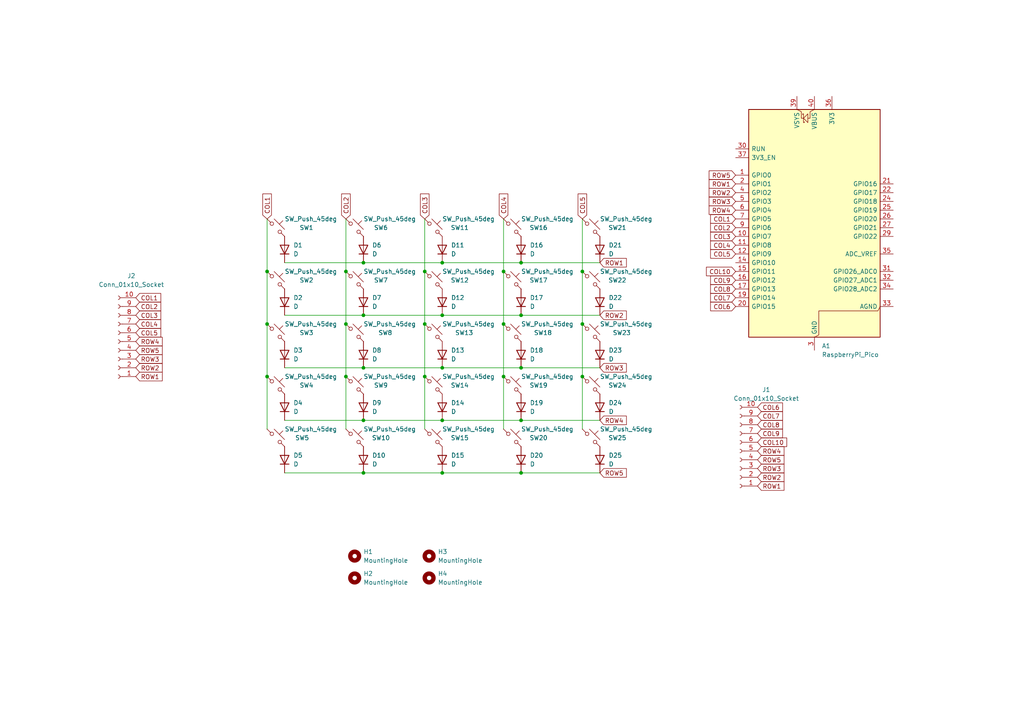
<source format=kicad_sch>
(kicad_sch (version 20250114) (generator "eeschema") (generator_version "9.0")
  (paper "A4")
  (lib_symbols
    (symbol "Connector:Conn_01x10_Socket" (pin_names (offset 1.016) (hide yes))
      (property "Reference" "J" (at 0 12.7 0))
      (property "Value" "Conn_01x10_Socket" (at 0 -15.24 0))
      (symbol "Conn_01x10_Socket_1_1"
        (polyline (pts (xy -1.27 10.16) (xy -0.508 10.16)) (stroke (width 0.1524)))
        (polyline (pts (xy -1.27 7.62) (xy -0.508 7.62)) (stroke (width 0.1524)))
        (polyline (pts (xy -1.27 5.08) (xy -0.508 5.08)) (stroke (width 0.1524)))
        (polyline (pts (xy -1.27 2.54) (xy -0.508 2.54)) (stroke (width 0.1524)))
        (polyline (pts (xy -1.27 0) (xy -0.508 0)) (stroke (width 0.1524)))
        (polyline (pts (xy -1.27 -2.54) (xy -0.508 -2.54)) (stroke (width 0.1524)))
        (polyline (pts (xy -1.27 -5.08) (xy -0.508 -5.08)) (stroke (width 0.1524)))
        (polyline (pts (xy -1.27 -7.62) (xy -0.508 -7.62)) (stroke (width 0.1524)))
        (polyline (pts (xy -1.27 -10.16) (xy -0.508 -10.16)) (stroke (width 0.1524)))
        (polyline (pts (xy -1.27 -12.7) (xy -0.508 -12.7)) (stroke (width 0.1524)))
        (arc (start 0 9.652) (mid -0.5058 10.16) (end 0 10.668) (stroke (width 0.1524)))
        (arc (start 0 7.112) (mid -0.5058 7.62) (end 0 8.128) (stroke (width 0.1524)))
        (arc (start 0 4.572) (mid -0.5058 5.08) (end 0 5.588) (stroke (width 0.1524)))
        (arc (start 0 2.032) (mid -0.5058 2.54) (end 0 3.048) (stroke (width 0.1524)))
        (arc (start 0 -0.508) (mid -0.5058 0) (end 0 0.508) (stroke (width 0.1524)))
        (arc (start 0 -3.048) (mid -0.5058 -2.54) (end 0 -2.032) (stroke (width 0.1524)))
        (arc (start 0 -5.588) (mid -0.5058 -5.08) (end 0 -4.572) (stroke (width 0.1524)))
        (arc (start 0 -8.128) (mid -0.5058 -7.62) (end 0 -7.112) (stroke (width 0.1524)))
        (arc (start 0 -10.668) (mid -0.5058 -10.16) (end 0 -9.652) (stroke (width 0.1524)))
        (arc (start 0 -13.208) (mid -0.5058 -12.7) (end 0 -12.192) (stroke (width 0.1524)))
        (pin passive line (at -5.08 10.16 0) (length 3.81) (name "Pin_1") (number "1"))
        (pin passive line (at -5.08 7.62 0) (length 3.81) (name "Pin_2") (number "2"))
        (pin passive line (at -5.08 5.08 0) (length 3.81) (name "Pin_3") (number "3"))
        (pin passive line (at -5.08 2.54 0) (length 3.81) (name "Pin_4") (number "4"))
        (pin passive line (at -5.08 0 0) (length 3.81) (name "Pin_5") (number "5"))
        (pin passive line (at -5.08 -2.54 0) (length 3.81) (name "Pin_6") (number "6"))
        (pin passive line (at -5.08 -5.08 0) (length 3.81) (name "Pin_7") (number "7"))
        (pin passive line (at -5.08 -7.62 0) (length 3.81) (name "Pin_8") (number "8"))
        (pin passive line (at -5.08 -10.16 0) (length 3.81) (name "Pin_9") (number "9"))
        (pin passive line (at -5.08 -12.7 0) (length 3.81) (name "Pin_10") (number "10"))
      )
    )
    (symbol "Device:D" (pin_numbers (hide yes)) (pin_names (offset 1.016) (hide yes))
      (property "Reference" "D" (at 0 2.54 0))
      (property "Value" "D" (at 0 -2.54 0))
      (symbol "D_0_1"
        (polyline (pts (xy -1.27 1.27) (xy -1.27 -1.27)) (stroke (width 0.254)))
        (polyline (pts (xy 1.27 1.27) (xy 1.27 -1.27) (xy -1.27 0) (xy 1.27 1.27)) (stroke (width 0.254)))
        (polyline (pts (xy 1.27 0) (xy -1.27 0)))
      )
      (symbol "D_1_1"
        (pin passive line (at -3.81 0 0) (length 2.54) (name "K") (number "1"))
        (pin passive line (at 3.81 0 180) (length 2.54) (name "A") (number "2"))
      )
    )
    (symbol "MCU_Module:RaspberryPi_Pico" (pin_names (offset 0.762))
      (property "Reference" "A" (at -19.05 35.56 0))
      (property "Value" "RaspberryPi_Pico" (at 7.62 35.56 0))
      (symbol "RaspberryPi_Pico_0_1"
        (rectangle (start -19.05 34.29) (end 19.05 -31.75) (stroke (width 0.254)) (fill (type background)))
        (polyline (pts (xy -5.08 34.29) (xy -3.81 33.655) (xy -3.81 31.75) (xy -3.175 31.75)))
        (polyline (pts (xy -3.429 32.766) (xy -3.429 33.02) (xy -3.175 33.02) (xy -3.175 30.48) (xy -2.921 30.48) (xy -2.921 30.734)))
        (polyline (pts (xy -3.175 31.75) (xy -1.905 33.02) (xy -1.905 30.48) (xy -3.175 31.75)))
        (polyline (pts (xy 0 34.29) (xy -1.27 33.655) (xy -1.27 31.75) (xy -1.905 31.75)))
        (polyline (pts (xy 0 -31.75) (xy 1.27 -31.115) (xy 1.27 -24.13) (xy 18.415 -24.13) (xy 19.05 -22.86)))
      )
      (symbol "RaspberryPi_Pico_1_1"
        (pin passive line (at -22.86 22.86 0) (length 3.81) (name "RUN") (number "30"))
        (pin passive line (at -22.86 20.32 0) (length 3.81) (name "3V3_EN") (number "37"))
        (pin bidirectional line (at -22.86 15.24 0) (length 3.81) (name "GPIO0") (number "1"))
        (pin bidirectional line (at -22.86 12.7 0) (length 3.81) (name "GPIO1") (number "2"))
        (pin bidirectional line (at -22.86 10.16 0) (length 3.81) (name "GPIO2") (number "4"))
        (pin bidirectional line (at -22.86 7.62 0) (length 3.81) (name "GPIO3") (number "5"))
        (pin bidirectional line (at -22.86 5.08 0) (length 3.81) (name "GPIO4") (number "6"))
        (pin bidirectional line (at -22.86 2.54 0) (length 3.81) (name "GPIO5") (number "7"))
        (pin bidirectional line (at -22.86 0 0) (length 3.81) (name "GPIO6") (number "9"))
        (pin bidirectional line (at -22.86 -2.54 0) (length 3.81) (name "GPIO7") (number "10"))
        (pin bidirectional line (at -22.86 -5.08 0) (length 3.81) (name "GPIO8") (number "11"))
        (pin bidirectional line (at -22.86 -7.62 0) (length 3.81) (name "GPIO9") (number "12"))
        (pin bidirectional line (at -22.86 -10.16 0) (length 3.81) (name "GPIO10") (number "14"))
        (pin bidirectional line (at -22.86 -12.7 0) (length 3.81) (name "GPIO11") (number "15"))
        (pin bidirectional line (at -22.86 -15.24 0) (length 3.81) (name "GPIO12") (number "16"))
        (pin bidirectional line (at -22.86 -17.78 0) (length 3.81) (name "GPIO13") (number "17"))
        (pin bidirectional line (at -22.86 -20.32 0) (length 3.81) (name "GPIO14") (number "19"))
        (pin bidirectional line (at -22.86 -22.86 0) (length 3.81) (name "GPIO15") (number "20"))
        (pin power_in line (at -5.08 38.1 270) (length 3.81) (name "VSYS") (number "39"))
        (pin power_out line (at 0 38.1 270) (length 3.81) (name "VBUS") (number "40"))
        (pin passive line (at 0 -35.56 90) (length 3.81) (hide yes) (name "GND") (number "13"))
        (pin passive line (at 0 -35.56 90) (length 3.81) (hide yes) (name "GND") (number "18"))
        (pin passive line (at 0 -35.56 90) (length 3.81) (hide yes) (name "GND") (number "23"))
        (pin passive line (at 0 -35.56 90) (length 3.81) (hide yes) (name "GND") (number "28"))
        (pin power_out line (at 0 -35.56 90) (length 3.81) (name "GND") (number "3"))
        (pin passive line (at 0 -35.56 90) (length 3.81) (hide yes) (name "GND") (number "38"))
        (pin passive line (at 0 -35.56 90) (length 3.81) (hide yes) (name "GND") (number "8"))
        (pin power_out line (at 5.08 38.1 270) (length 3.81) (name "3V3") (number "36"))
        (pin bidirectional line (at 22.86 12.7 180) (length 3.81) (name "GPIO16") (number "21"))
        (pin bidirectional line (at 22.86 10.16 180) (length 3.81) (name "GPIO17") (number "22"))
        (pin bidirectional line (at 22.86 7.62 180) (length 3.81) (name "GPIO18") (number "24"))
        (pin bidirectional line (at 22.86 5.08 180) (length 3.81) (name "GPIO19") (number "25"))
        (pin bidirectional line (at 22.86 2.54 180) (length 3.81) (name "GPIO20") (number "26"))
        (pin bidirectional line (at 22.86 0 180) (length 3.81) (name "GPIO21") (number "27"))
        (pin bidirectional line (at 22.86 -2.54 180) (length 3.81) (name "GPIO22") (number "29"))
        (pin power_in line (at 22.86 -7.62 180) (length 3.81) (name "ADC_VREF") (number "35"))
        (pin bidirectional line (at 22.86 -12.7 180) (length 3.81) (name "GPIO26_ADC0") (number "31"))
        (pin bidirectional line (at 22.86 -15.24 180) (length 3.81) (name "GPIO27_ADC1") (number "32"))
        (pin bidirectional line (at 22.86 -17.78 180) (length 3.81) (name "GPIO28_ADC2") (number "34"))
        (pin power_out line (at 22.86 -22.86 180) (length 3.81) (name "AGND") (number "33"))
      )
    )
    (symbol "Mechanical:MountingHole" (pin_names (offset 1.016)) (in_bom no)
      (property "Reference" "H" (at 0 5.08 0))
      (property "Value" "MountingHole" (at 0 3.175 0))
      (symbol "MountingHole_0_1"
        (circle (center 0 0) (radius 1.27) (stroke (width 1.27)))
      )
    )
    (symbol "Switch:SW_Push_45deg" (pin_numbers (hide yes)) (pin_names (offset 1.016) (hide yes))
      (property "Reference" "SW" (at 3.048 1.016 0))
      (property "Value" "SW_Push_45deg" (at 0 -3.81 0))
      (symbol "SW_Push_45deg_0_1"
        (polyline (pts (xy -2.54 2.54) (xy -1.524 1.524) (xy -1.524 1.524)))
        (circle (center -1.1684 1.1684) (radius 0.508))
        (polyline (pts (xy -0.508 2.54) (xy 2.54 -0.508)))
        (polyline (pts (xy 1.016 1.016) (xy 2.032 2.032)))
        (circle (center 1.143 -1.1938) (radius 0.508))
        (polyline (pts (xy 1.524 -1.524) (xy 2.54 -2.54) (xy 2.54 -2.54) (xy 2.54 -2.54)))
        (pin passive line (at -2.54 2.54 0) (length 0) (name "1") (number "1"))
        (pin passive line (at 2.54 -2.54 180) (length 0) (name "2") (number "2"))
      )
    )
  )
  (junction (at 151.13 121.92))
  (junction (at 168.91 78.74))
  (junction (at 105.41 106.68))
  (junction (at 168.91 93.98))
  (junction (at 100.33 78.74))
  (junction (at 100.33 93.98))
  (junction (at 100.33 109.22))
  (junction (at 123.19 109.22))
  (junction (at 123.19 78.74))
  (junction (at 105.41 137.16))
  (junction (at 146.05 93.98))
  (junction (at 128.27 76.2))
  (junction (at 128.27 121.92))
  (junction (at 123.19 93.98))
  (junction (at 151.13 137.16))
  (junction (at 128.27 137.16))
  (junction (at 146.05 78.74))
  (junction (at 77.47 109.22))
  (junction (at 151.13 76.2))
  (junction (at 105.41 91.44))
  (junction (at 151.13 91.44))
  (junction (at 77.47 78.74))
  (junction (at 151.13 106.68))
  (junction (at 168.91 109.22))
  (junction (at 146.05 109.22))
  (junction (at 128.27 106.68))
  (junction (at 128.27 91.44))
  (junction (at 77.47 93.98))
  (junction (at 105.41 76.2))
  (junction (at 105.41 121.92))
  (wire (pts (xy 100.33 109.22) (xy 100.33 124.46)))
  (wire (pts (xy 128.27 121.92) (xy 151.13 121.92)))
  (wire (pts (xy 168.91 78.74) (xy 168.91 93.98)))
  (wire (pts (xy 82.55 91.44) (xy 105.41 91.44)))
  (wire (pts (xy 100.33 63.5) (xy 100.33 78.74)))
  (wire (pts (xy 168.91 109.22) (xy 168.91 124.46)))
  (wire (pts (xy 128.27 137.16) (xy 151.13 137.16)))
  (wire (pts (xy 82.55 121.92) (xy 105.41 121.92)))
  (wire (pts (xy 105.41 137.16) (xy 128.27 137.16)))
  (wire (pts (xy 146.05 78.74) (xy 146.05 93.98)))
  (wire (pts (xy 105.41 91.44) (xy 128.27 91.44)))
  (wire (pts (xy 151.13 106.68) (xy 173.99 106.68)))
  (wire (pts (xy 100.33 93.98) (xy 100.33 109.22)))
  (wire (pts (xy 77.47 78.74) (xy 77.47 93.98)))
  (wire (pts (xy 77.47 109.22) (xy 77.47 124.46)))
  (wire (pts (xy 82.55 76.2) (xy 105.41 76.2)))
  (wire (pts (xy 123.19 63.5) (xy 123.19 78.74)))
  (wire (pts (xy 151.13 121.92) (xy 173.99 121.92)))
  (wire (pts (xy 128.27 76.2) (xy 151.13 76.2)))
  (wire (pts (xy 82.55 106.68) (xy 105.41 106.68)))
  (wire (pts (xy 100.33 78.74) (xy 100.33 93.98)))
  (wire (pts (xy 146.05 93.98) (xy 146.05 109.22)))
  (wire (pts (xy 77.47 63.5) (xy 77.47 78.74)))
  (wire (pts (xy 82.55 137.16) (xy 105.41 137.16)))
  (wire (pts (xy 168.91 63.5) (xy 168.91 78.74)))
  (wire (pts (xy 128.27 91.44) (xy 151.13 91.44)))
  (wire (pts (xy 105.41 76.2) (xy 128.27 76.2)))
  (wire (pts (xy 168.91 93.98) (xy 168.91 109.22)))
  (wire (pts (xy 105.41 121.92) (xy 128.27 121.92)))
  (wire (pts (xy 146.05 63.5) (xy 146.05 78.74)))
  (wire (pts (xy 123.19 109.22) (xy 123.19 124.46)))
  (wire (pts (xy 128.27 106.68) (xy 151.13 106.68)))
  (wire (pts (xy 151.13 91.44) (xy 173.99 91.44)))
  (wire (pts (xy 123.19 78.74) (xy 123.19 93.98)))
  (wire (pts (xy 151.13 76.2) (xy 173.99 76.2)))
  (wire (pts (xy 146.05 109.22) (xy 146.05 124.46)))
  (wire (pts (xy 123.19 93.98) (xy 123.19 109.22)))
  (wire (pts (xy 105.41 106.68) (xy 128.27 106.68)))
  (wire (pts (xy 151.13 137.16) (xy 173.99 137.16)))
  (wire (pts (xy 77.47 93.98) (xy 77.47 109.22)))
  (global_label "COL1" (shape input) (at 77.47 63.5 90) (property "Intersheetrefs" "${INTERSHEET_REFS}" (effects (hide yes))))
  (global_label "COL8" (shape input) (at 213.36 83.82 180) (property "Intersheetrefs" "${INTERSHEET_REFS}" (effects (hide yes))))
  (global_label "COL3" (shape input) (at 39.37 91.44 0) (property "Intersheetrefs" "${INTERSHEET_REFS}" (effects (hide yes))))
  (global_label "ROW2" (shape input) (at 219.71 138.43 0) (property "Intersheetrefs" "${INTERSHEET_REFS}" (effects (hide yes))))
  (global_label "ROW3" (shape input) (at 213.36 58.42 180) (property "Intersheetrefs" "${INTERSHEET_REFS}" (effects (hide yes))))
  (global_label "ROW5" (shape input) (at 39.37 101.6 0) (property "Intersheetrefs" "${INTERSHEET_REFS}" (effects (hide yes))))
  (global_label "ROW5" (shape input) (at 173.99 137.16 0) (property "Intersheetrefs" "${INTERSHEET_REFS}" (effects (hide yes))))
  (global_label "ROW2" (shape input) (at 39.37 106.68 0) (property "Intersheetrefs" "${INTERSHEET_REFS}" (effects (hide yes))))
  (global_label "ROW2" (shape input) (at 173.99 91.44 0) (property "Intersheetrefs" "${INTERSHEET_REFS}" (effects (hide yes))))
  (global_label "COL5" (shape input) (at 213.36 73.66 180) (property "Intersheetrefs" "${INTERSHEET_REFS}" (effects (hide yes))))
  (global_label "COL9" (shape input) (at 219.71 125.73 0) (property "Intersheetrefs" "${INTERSHEET_REFS}" (effects (hide yes))))
  (global_label "COL6" (shape input) (at 219.71 118.11 0) (property "Intersheetrefs" "${INTERSHEET_REFS}" (effects (hide yes))))
  (global_label "COL3" (shape input) (at 123.19 63.5 90) (property "Intersheetrefs" "${INTERSHEET_REFS}" (effects (hide yes))))
  (global_label "COL4" (shape input) (at 146.05 63.5 90) (property "Intersheetrefs" "${INTERSHEET_REFS}" (effects (hide yes))))
  (global_label "COL5" (shape input) (at 168.91 63.5 90) (property "Intersheetrefs" "${INTERSHEET_REFS}" (effects (hide yes))))
  (global_label "COL5" (shape input) (at 39.37 96.52 0) (property "Intersheetrefs" "${INTERSHEET_REFS}" (effects (hide yes))))
  (global_label "ROW3" (shape input) (at 219.71 135.89 0) (property "Intersheetrefs" "${INTERSHEET_REFS}" (effects (hide yes))))
  (global_label "ROW1" (shape input) (at 39.37 109.22 0) (property "Intersheetrefs" "${INTERSHEET_REFS}" (effects (hide yes))))
  (global_label "ROW3" (shape input) (at 39.37 104.14 0) (property "Intersheetrefs" "${INTERSHEET_REFS}" (effects (hide yes))))
  (global_label "ROW1" (shape input) (at 213.36 53.34 180) (property "Intersheetrefs" "${INTERSHEET_REFS}" (effects (hide yes))))
  (global_label "ROW2" (shape input) (at 213.36 55.88 180) (property "Intersheetrefs" "${INTERSHEET_REFS}" (effects (hide yes))))
  (global_label "COL2" (shape input) (at 100.33 63.5 90) (property "Intersheetrefs" "${INTERSHEET_REFS}" (effects (hide yes))))
  (global_label "ROW4" (shape input) (at 173.99 121.92 0) (property "Intersheetrefs" "${INTERSHEET_REFS}" (effects (hide yes))))
  (global_label "ROW4" (shape input) (at 213.36 60.96 180) (property "Intersheetrefs" "${INTERSHEET_REFS}" (effects (hide yes))))
  (global_label "COL4" (shape input) (at 39.37 93.98 0) (property "Intersheetrefs" "${INTERSHEET_REFS}" (effects (hide yes))))
  (global_label "COL9" (shape input) (at 213.36 81.28 180) (property "Intersheetrefs" "${INTERSHEET_REFS}" (effects (hide yes))))
  (global_label "COL7" (shape input) (at 219.71 120.65 0) (property "Intersheetrefs" "${INTERSHEET_REFS}" (effects (hide yes))))
  (global_label "COL1" (shape input) (at 39.37 86.36 0) (property "Intersheetrefs" "${INTERSHEET_REFS}" (effects (hide yes))))
  (global_label "COL8" (shape input) (at 219.71 123.19 0) (property "Intersheetrefs" "${INTERSHEET_REFS}" (effects (hide yes))))
  (global_label "ROW1" (shape input) (at 219.71 140.97 0) (property "Intersheetrefs" "${INTERSHEET_REFS}" (effects (hide yes))))
  (global_label "COL7" (shape input) (at 213.36 86.36 180) (property "Intersheetrefs" "${INTERSHEET_REFS}" (effects (hide yes))))
  (global_label "COL10" (shape input) (at 219.71 128.27 0) (property "Intersheetrefs" "${INTERSHEET_REFS}" (effects (hide yes))))
  (global_label "ROW5" (shape input) (at 219.71 133.35 0) (property "Intersheetrefs" "${INTERSHEET_REFS}" (effects (hide yes))))
  (global_label "COL2" (shape input) (at 39.37 88.9 0) (property "Intersheetrefs" "${INTERSHEET_REFS}" (effects (hide yes))))
  (global_label "COL2" (shape input) (at 213.36 66.04 180) (property "Intersheetrefs" "${INTERSHEET_REFS}" (effects (hide yes))))
  (global_label "COL4" (shape input) (at 213.36 71.12 180) (property "Intersheetrefs" "${INTERSHEET_REFS}" (effects (hide yes))))
  (global_label "ROW1" (shape input) (at 173.99 76.2 0) (property "Intersheetrefs" "${INTERSHEET_REFS}" (effects (hide yes))))
  (global_label "ROW5" (shape input) (at 213.36 50.8 180) (property "Intersheetrefs" "${INTERSHEET_REFS}" (effects (hide yes))))
  (global_label "ROW4" (shape input) (at 39.37 99.06 0) (property "Intersheetrefs" "${INTERSHEET_REFS}" (effects (hide yes))))
  (global_label "COL10" (shape input) (at 213.36 78.74 180) (property "Intersheetrefs" "${INTERSHEET_REFS}" (effects (hide yes))))
  (global_label "ROW4" (shape input) (at 219.71 130.81 0) (property "Intersheetrefs" "${INTERSHEET_REFS}" (effects (hide yes))))
  (global_label "COL6" (shape input) (at 213.36 88.9 180) (property "Intersheetrefs" "${INTERSHEET_REFS}" (effects (hide yes))))
  (global_label "COL3" (shape input) (at 213.36 68.58 180) (property "Intersheetrefs" "${INTERSHEET_REFS}" (effects (hide yes))))
  (global_label "COL1" (shape input) (at 213.36 63.5 180) (property "Intersheetrefs" "${INTERSHEET_REFS}" (effects (hide yes))))
  (global_label "ROW3" (shape input) (at 173.99 106.68 0) (property "Intersheetrefs" "${INTERSHEET_REFS}" (effects (hide yes))))
  (symbol (lib_id "Switch:SW_Push_45deg") (at 102.87 81.28 0) (unit 1)
    (property "Reference" "SW7" (at 110.49 81.28 0))
    (property "Value" "SW_Push_45deg" (at 113.03 78.74 0))
    (property "Footprint" "ScottoKeebs_Choc:Choc_V1_1.00u" (effects (hide yes)))
    (property "Description" "Push button switch, normally open, two pins, 45° tilted" (effects (hide yes)))
  )
  (symbol (lib_id "Device:D") (at 82.55 102.87 90) (unit 1)
    (property "Reference" "D3" (at 85.09 101.5999 90) (effects (justify right)))
    (property "Value" "D" (at 85.09 104.1399 90) (effects (justify right)))
    (property "Footprint" "ScottoKeebs_Components:Diode_SOD-123" (effects (hide yes)))
    (property "Description" "Diode" (effects (hide yes)))
    (property "Sim.Device" "D" (effects (hide yes)))
    (property "Sim.Pins" "1=K 2=A" (effects (hide yes)))
  )
  (symbol (lib_id "Mechanical:MountingHole") (at 124.46 161.29 0) (unit 1) (in_bom no)
    (property "Reference" "H3" (at 127 160.0199 0) (effects (justify left)))
    (property "Value" "MountingHole" (at 127 162.5599 0) (effects (justify left)))
    (property "Footprint" "MountingHole:MountingHole_2.2mm_M2" (effects (hide yes)))
    (property "Description" "Mounting Hole without connection" (effects (hide yes)))
  )
  (symbol (lib_id "Device:D") (at 128.27 102.87 90) (unit 1)
    (property "Reference" "D13" (at 130.81 101.5999 90) (effects (justify right)))
    (property "Value" "D" (at 130.81 104.1399 90) (effects (justify right)))
    (property "Footprint" "ScottoKeebs_Components:Diode_SOD-123" (effects (hide yes)))
    (property "Description" "Diode" (effects (hide yes)))
    (property "Sim.Device" "D" (effects (hide yes)))
    (property "Sim.Pins" "1=K 2=A" (effects (hide yes)))
  )
  (symbol (lib_id "Switch:SW_Push_45deg") (at 125.73 111.76 0) (unit 1)
    (property "Reference" "SW14" (at 133.35 111.76 0))
    (property "Value" "SW_Push_45deg" (at 135.89 109.22 0))
    (property "Footprint" "ScottoKeebs_Choc:Choc_V1_1.00u" (effects (hide yes)))
    (property "Description" "Push button switch, normally open, two pins, 45° tilted" (effects (hide yes)))
  )
  (symbol (lib_id "Connector:Conn_01x10_Socket") (at 34.29 99.06 180) (unit 1)
    (property "Reference" "J2" (at 38.1 80.01 0))
    (property "Value" "Conn_01x10_Socket" (at 38.1 82.55 0))
    (property "Footprint" "Connector_PinSocket_2.54mm:PinSocket_1x10_P2.54mm_Vertical" (effects (hide yes)))
    (property "Description" "Generic connector, single row, 01x10, script generated" (effects (hide yes)))
  )
  (symbol (lib_id "Device:D") (at 173.99 72.39 90) (unit 1)
    (property "Reference" "D21" (at 176.53 71.1199 90) (effects (justify right)))
    (property "Value" "D" (at 176.53 73.6599 90) (effects (justify right)))
    (property "Footprint" "ScottoKeebs_Components:Diode_SOD-123" (effects (hide yes)))
    (property "Description" "Diode" (effects (hide yes)))
    (property "Sim.Device" "D" (effects (hide yes)))
    (property "Sim.Pins" "1=K 2=A" (effects (hide yes)))
  )
  (symbol (lib_id "Switch:SW_Push_45deg") (at 80.01 81.28 0) (unit 1)
    (property "Reference" "SW2" (at 88.9 81.28 0))
    (property "Value" "SW_Push_45deg" (at 90.17 78.74 0))
    (property "Footprint" "ScottoKeebs_Choc:Choc_V1_1.00u" (effects (hide yes)))
    (property "Description" "Push button switch, normally open, two pins, 45° tilted" (effects (hide yes)))
  )
  (symbol (lib_id "Device:D") (at 151.13 118.11 90) (unit 1)
    (property "Reference" "D19" (at 153.67 116.8399 90) (effects (justify right)))
    (property "Value" "D" (at 153.67 119.3799 90) (effects (justify right)))
    (property "Footprint" "ScottoKeebs_Components:Diode_SOD-123" (effects (hide yes)))
    (property "Description" "Diode" (effects (hide yes)))
    (property "Sim.Device" "D" (effects (hide yes)))
    (property "Sim.Pins" "1=K 2=A" (effects (hide yes)))
  )
  (symbol (lib_id "Switch:SW_Push_45deg") (at 102.87 111.76 0) (unit 1)
    (property "Reference" "SW9" (at 110.49 111.76 0))
    (property "Value" "SW_Push_45deg" (at 113.03 109.22 0))
    (property "Footprint" "ScottoKeebs_Choc:Choc_V1_1.00u" (effects (hide yes)))
    (property "Description" "Push button switch, normally open, two pins, 45° tilted" (effects (hide yes)))
  )
  (symbol (lib_id "Device:D") (at 151.13 72.39 90) (unit 1)
    (property "Reference" "D16" (at 153.67 71.1199 90) (effects (justify right)))
    (property "Value" "D" (at 153.67 73.6599 90) (effects (justify right)))
    (property "Footprint" "ScottoKeebs_Components:Diode_SOD-123" (effects (hide yes)))
    (property "Description" "Diode" (effects (hide yes)))
    (property "Sim.Device" "D" (effects (hide yes)))
    (property "Sim.Pins" "1=K 2=A" (effects (hide yes)))
  )
  (symbol (lib_id "Device:D") (at 128.27 133.35 90) (unit 1)
    (property "Reference" "D15" (at 130.81 132.0799 90) (effects (justify right)))
    (property "Value" "D" (at 130.81 134.6199 90) (effects (justify right)))
    (property "Footprint" "ScottoKeebs_Components:Diode_SOD-123" (effects (hide yes)))
    (property "Description" "Diode" (effects (hide yes)))
    (property "Sim.Device" "D" (effects (hide yes)))
    (property "Sim.Pins" "1=K 2=A" (effects (hide yes)))
  )
  (symbol (lib_id "Switch:SW_Push_45deg") (at 171.45 66.04 0) (unit 1)
    (property "Reference" "SW21" (at 179.07 66.04 0))
    (property "Value" "SW_Push_45deg" (at 181.61 63.5 0))
    (property "Footprint" "ScottoKeebs_Choc:Choc_V1_1.00u" (effects (hide yes)))
    (property "Description" "Push button switch, normally open, two pins, 45° tilted" (effects (hide yes)))
  )
  (symbol (lib_id "Switch:SW_Push_45deg") (at 102.87 127 0) (unit 1)
    (property "Reference" "SW10" (at 110.49 127 0))
    (property "Value" "SW_Push_45deg" (at 113.03 124.46 0))
    (property "Footprint" "ScottoKeebs_Choc:Choc_V1_1.00u" (effects (hide yes)))
    (property "Description" "Push button switch, normally open, two pins, 45° tilted" (effects (hide yes)))
  )
  (symbol (lib_id "Switch:SW_Push_45deg") (at 125.73 127 0) (unit 1)
    (property "Reference" "SW15" (at 133.35 127 0))
    (property "Value" "SW_Push_45deg" (at 135.89 124.46 0))
    (property "Footprint" "ScottoKeebs_Choc:Choc_V1_1.00u" (effects (hide yes)))
    (property "Description" "Push button switch, normally open, two pins, 45° tilted" (effects (hide yes)))
  )
  (symbol (lib_id "Switch:SW_Push_45deg") (at 148.59 127 0) (unit 1)
    (property "Reference" "SW20" (at 156.21 127 0))
    (property "Value" "SW_Push_45deg" (at 158.75 124.46 0))
    (property "Footprint" "ScottoKeebs_Choc:Choc_V1_1.00u" (effects (hide yes)))
    (property "Description" "Push button switch, normally open, two pins, 45° tilted" (effects (hide yes)))
  )
  (symbol (lib_id "Mechanical:MountingHole") (at 102.87 161.29 0) (unit 1) (in_bom no)
    (property "Reference" "H1" (at 105.41 160.0199 0) (effects (justify left)))
    (property "Value" "MountingHole" (at 105.41 162.5599 0) (effects (justify left)))
    (property "Footprint" "MountingHole:MountingHole_2.2mm_M2" (effects (hide yes)))
    (property "Description" "Mounting Hole without connection" (effects (hide yes)))
  )
  (symbol (lib_id "Device:D") (at 173.99 133.35 90) (unit 1)
    (property "Reference" "D25" (at 176.53 132.0799 90) (effects (justify right)))
    (property "Value" "D" (at 176.53 134.6199 90) (effects (justify right)))
    (property "Footprint" "ScottoKeebs_Components:Diode_SOD-123" (effects (hide yes)))
    (property "Description" "Diode" (effects (hide yes)))
    (property "Sim.Device" "D" (effects (hide yes)))
    (property "Sim.Pins" "1=K 2=A" (effects (hide yes)))
  )
  (symbol (lib_id "Switch:SW_Push_45deg") (at 171.45 111.76 0) (unit 1)
    (property "Reference" "SW24" (at 179.07 111.76 0))
    (property "Value" "SW_Push_45deg" (at 181.61 109.22 0))
    (property "Footprint" "ScottoKeebs_Choc:Choc_V1_1.00u" (effects (hide yes)))
    (property "Description" "Push button switch, normally open, two pins, 45° tilted" (effects (hide yes)))
  )
  (symbol (lib_id "Device:D") (at 82.55 72.39 90) (unit 1)
    (property "Reference" "D1" (at 85.09 71.1199 90) (effects (justify right)))
    (property "Value" "D" (at 85.09 73.6599 90) (effects (justify right)))
    (property "Footprint" "ScottoKeebs_Components:Diode_SOD-123" (effects (hide yes)))
    (property "Description" "Diode" (effects (hide yes)))
    (property "Sim.Device" "D" (effects (hide yes)))
    (property "Sim.Pins" "1=K 2=A" (effects (hide yes)))
  )
  (symbol (lib_id "Device:D") (at 105.41 72.39 90) (unit 1)
    (property "Reference" "D6" (at 107.95 71.1199 90) (effects (justify right)))
    (property "Value" "D" (at 107.95 73.6599 90) (effects (justify right)))
    (property "Footprint" "ScottoKeebs_Components:Diode_SOD-123" (effects (hide yes)))
    (property "Description" "Diode" (effects (hide yes)))
    (property "Sim.Device" "D" (effects (hide yes)))
    (property "Sim.Pins" "1=K 2=A" (effects (hide yes)))
  )
  (symbol (lib_id "Device:D") (at 173.99 102.87 90) (unit 1)
    (property "Reference" "D23" (at 176.53 101.5999 90) (effects (justify right)))
    (property "Value" "D" (at 176.53 104.1399 90) (effects (justify right)))
    (property "Footprint" "ScottoKeebs_Components:Diode_SOD-123" (effects (hide yes)))
    (property "Description" "Diode" (effects (hide yes)))
    (property "Sim.Device" "D" (effects (hide yes)))
    (property "Sim.Pins" "1=K 2=A" (effects (hide yes)))
  )
  (symbol (lib_id "Switch:SW_Push_45deg") (at 148.59 96.52 0) (unit 1)
    (property "Reference" "SW18" (at 157.48 96.52 0))
    (property "Value" "SW_Push_45deg" (at 158.75 93.98 0))
    (property "Footprint" "ScottoKeebs_Choc:Choc_V1_1.00u" (effects (hide yes)))
    (property "Description" "Push button switch, normally open, two pins, 45° tilted" (effects (hide yes)))
  )
  (symbol (lib_id "Device:D") (at 151.13 87.63 90) (unit 1)
    (property "Reference" "D17" (at 153.67 86.3599 90) (effects (justify right)))
    (property "Value" "D" (at 153.67 88.8999 90) (effects (justify right)))
    (property "Footprint" "ScottoKeebs_Components:Diode_SOD-123" (effects (hide yes)))
    (property "Description" "Diode" (effects (hide yes)))
    (property "Sim.Device" "D" (effects (hide yes)))
    (property "Sim.Pins" "1=K 2=A" (effects (hide yes)))
  )
  (symbol (lib_id "Device:D") (at 105.41 118.11 90) (unit 1)
    (property "Reference" "D9" (at 107.95 116.8399 90) (effects (justify right)))
    (property "Value" "D" (at 107.95 119.3799 90) (effects (justify right)))
    (property "Footprint" "ScottoKeebs_Components:Diode_SOD-123" (effects (hide yes)))
    (property "Description" "Diode" (effects (hide yes)))
    (property "Sim.Device" "D" (effects (hide yes)))
    (property "Sim.Pins" "1=K 2=A" (effects (hide yes)))
  )
  (symbol (lib_id "Switch:SW_Push_45deg") (at 125.73 81.28 0) (unit 1)
    (property "Reference" "SW12" (at 133.35 81.28 0))
    (property "Value" "SW_Push_45deg" (at 135.89 78.74 0))
    (property "Footprint" "ScottoKeebs_Choc:Choc_V1_1.00u" (effects (hide yes)))
    (property "Description" "Push button switch, normally open, two pins, 45° tilted" (effects (hide yes)))
  )
  (symbol (lib_id "Connector:Conn_01x10_Socket") (at 214.63 130.81 180) (unit 1)
    (property "Reference" "J1" (at 222.25 113.03 0))
    (property "Value" "Conn_01x10_Socket" (at 222.25 115.57 0))
    (property "Footprint" "Connector_PinSocket_2.54mm:PinSocket_1x10_P2.54mm_Vertical" (effects (hide yes)))
    (property "Description" "Generic connector, single row, 01x10, script generated" (effects (hide yes)))
  )
  (symbol (lib_id "Mechanical:MountingHole") (at 124.46 167.64 0) (unit 1) (in_bom no)
    (property "Reference" "H4" (at 127 166.3699 0) (effects (justify left)))
    (property "Value" "MountingHole" (at 127 168.9099 0) (effects (justify left)))
    (property "Footprint" "MountingHole:MountingHole_2.2mm_M2" (effects (hide yes)))
    (property "Description" "Mounting Hole without connection" (effects (hide yes)))
  )
  (symbol (lib_id "Switch:SW_Push_45deg") (at 102.87 96.52 0) (unit 1)
    (property "Reference" "SW8" (at 111.76 96.52 0))
    (property "Value" "SW_Push_45deg" (at 113.03 93.98 0))
    (property "Footprint" "ScottoKeebs_Choc:Choc_V1_1.00u" (effects (hide yes)))
    (property "Description" "Push button switch, normally open, two pins, 45° tilted" (effects (hide yes)))
  )
  (symbol (lib_id "Device:D") (at 82.55 133.35 90) (unit 1)
    (property "Reference" "D5" (at 85.09 132.0799 90) (effects (justify right)))
    (property "Value" "D" (at 85.09 134.6199 90) (effects (justify right)))
    (property "Footprint" "ScottoKeebs_Components:Diode_SOD-123" (effects (hide yes)))
    (property "Description" "Diode" (effects (hide yes)))
    (property "Sim.Device" "D" (effects (hide yes)))
    (property "Sim.Pins" "1=K 2=A" (effects (hide yes)))
  )
  (symbol (lib_id "Mechanical:MountingHole") (at 102.87 167.64 0) (unit 1) (in_bom no)
    (property "Reference" "H2" (at 105.41 166.3699 0) (effects (justify left)))
    (property "Value" "MountingHole" (at 105.41 168.9099 0) (effects (justify left)))
    (property "Footprint" "MountingHole:MountingHole_2.2mm_M2" (effects (hide yes)))
    (property "Description" "Mounting Hole without connection" (effects (hide yes)))
  )
  (symbol (lib_id "Device:D") (at 151.13 133.35 90) (unit 1)
    (property "Reference" "D20" (at 153.67 132.0799 90) (effects (justify right)))
    (property "Value" "D" (at 153.67 134.6199 90) (effects (justify right)))
    (property "Footprint" "ScottoKeebs_Components:Diode_SOD-123" (effects (hide yes)))
    (property "Description" "Diode" (effects (hide yes)))
    (property "Sim.Device" "D" (effects (hide yes)))
    (property "Sim.Pins" "1=K 2=A" (effects (hide yes)))
  )
  (symbol (lib_id "Switch:SW_Push_45deg") (at 148.59 111.76 0) (unit 1)
    (property "Reference" "SW19" (at 156.21 111.76 0))
    (property "Value" "SW_Push_45deg" (at 158.75 109.22 0))
    (property "Footprint" "ScottoKeebs_Choc:Choc_V1_1.00u" (effects (hide yes)))
    (property "Description" "Push button switch, normally open, two pins, 45° tilted" (effects (hide yes)))
  )
  (symbol (lib_id "Switch:SW_Push_45deg") (at 80.01 111.76 0) (unit 1)
    (property "Reference" "SW4" (at 88.9 111.76 0))
    (property "Value" "SW_Push_45deg" (at 90.17 109.22 0))
    (property "Footprint" "ScottoKeebs_Choc:Choc_V1_1.00u" (effects (hide yes)))
    (property "Description" "Push button switch, normally open, two pins, 45° tilted" (effects (hide yes)))
  )
  (symbol (lib_id "MCU_Module:RaspberryPi_Pico") (at 236.22 66.04 0) (unit 1)
    (property "Reference" "A1" (at 238.3633 100.33 0) (effects (justify left)))
    (property "Value" "RaspberryPi_Pico" (at 238.3633 102.87 0) (effects (justify left)))
    (property "Footprint" "Module:RaspberryPi_Pico_Common_THT" (effects (hide yes)))
    (property "Datasheet" "https://datasheets.raspberrypi.com/pico/pico-datasheet.pdf" (effects (hide yes)))
    (property "Description" "Versatile and inexpensive microcontroller module powered by RP2040 dual-core Arm Cortex-M0+ processor up to 133 MHz, 264kB SRAM, 2MB QSPI flash; also supports Raspberry Pi Pico 2" (effects (hide yes)))
  )
  (symbol (lib_id "Device:D") (at 151.13 102.87 90) (unit 1)
    (property "Reference" "D18" (at 153.67 101.5999 90) (effects (justify right)))
    (property "Value" "D" (at 153.67 104.1399 90) (effects (justify right)))
    (property "Footprint" "ScottoKeebs_Components:Diode_SOD-123" (effects (hide yes)))
    (property "Description" "Diode" (effects (hide yes)))
    (property "Sim.Device" "D" (effects (hide yes)))
    (property "Sim.Pins" "1=K 2=A" (effects (hide yes)))
  )
  (symbol (lib_id "Device:D") (at 173.99 118.11 90) (unit 1)
    (property "Reference" "D24" (at 176.53 116.8399 90) (effects (justify right)))
    (property "Value" "D" (at 176.53 119.3799 90) (effects (justify right)))
    (property "Footprint" "ScottoKeebs_Components:Diode_SOD-123" (effects (hide yes)))
    (property "Description" "Diode" (effects (hide yes)))
    (property "Sim.Device" "D" (effects (hide yes)))
    (property "Sim.Pins" "1=K 2=A" (effects (hide yes)))
  )
  (symbol (lib_id "Device:D") (at 128.27 118.11 90) (unit 1)
    (property "Reference" "D14" (at 130.81 116.8399 90) (effects (justify right)))
    (property "Value" "D" (at 130.81 119.3799 90) (effects (justify right)))
    (property "Footprint" "ScottoKeebs_Components:Diode_SOD-123" (effects (hide yes)))
    (property "Description" "Diode" (effects (hide yes)))
    (property "Sim.Device" "D" (effects (hide yes)))
    (property "Sim.Pins" "1=K 2=A" (effects (hide yes)))
  )
  (symbol (lib_id "Device:D") (at 173.99 87.63 90) (unit 1)
    (property "Reference" "D22" (at 176.53 86.3599 90) (effects (justify right)))
    (property "Value" "D" (at 176.53 88.8999 90) (effects (justify right)))
    (property "Footprint" "ScottoKeebs_Components:Diode_SOD-123" (effects (hide yes)))
    (property "Description" "Diode" (effects (hide yes)))
    (property "Sim.Device" "D" (effects (hide yes)))
    (property "Sim.Pins" "1=K 2=A" (effects (hide yes)))
  )
  (symbol (lib_id "Switch:SW_Push_45deg") (at 171.45 81.28 0) (unit 1)
    (property "Reference" "SW22" (at 179.07 81.28 0))
    (property "Value" "SW_Push_45deg" (at 181.61 78.74 0))
    (property "Footprint" "ScottoKeebs_Choc:Choc_V1_1.00u" (effects (hide yes)))
    (property "Description" "Push button switch, normally open, two pins, 45° tilted" (effects (hide yes)))
  )
  (symbol (lib_id "Switch:SW_Push_45deg") (at 171.45 96.52 0) (unit 1)
    (property "Reference" "SW23" (at 180.34 96.52 0))
    (property "Value" "SW_Push_45deg" (at 181.61 93.98 0))
    (property "Footprint" "ScottoKeebs_Choc:Choc_V1_1.00u" (effects (hide yes)))
    (property "Description" "Push button switch, normally open, two pins, 45° tilted" (effects (hide yes)))
  )
  (symbol (lib_id "Switch:SW_Push_45deg") (at 171.45 127 0) (unit 1)
    (property "Reference" "SW25" (at 179.07 127 0))
    (property "Value" "SW_Push_45deg" (at 181.61 124.46 0))
    (property "Footprint" "ScottoKeebs_Choc:Choc_V1_1.00u" (effects (hide yes)))
    (property "Description" "Push button switch, normally open, two pins, 45° tilted" (effects (hide yes)))
  )
  (symbol (lib_id "Device:D") (at 128.27 87.63 90) (unit 1)
    (property "Reference" "D12" (at 130.81 86.3599 90) (effects (justify right)))
    (property "Value" "D" (at 130.81 88.8999 90) (effects (justify right)))
    (property "Footprint" "ScottoKeebs_Components:Diode_SOD-123" (effects (hide yes)))
    (property "Description" "Diode" (effects (hide yes)))
    (property "Sim.Device" "D" (effects (hide yes)))
    (property "Sim.Pins" "1=K 2=A" (effects (hide yes)))
  )
  (symbol (lib_id "Switch:SW_Push_45deg") (at 125.73 96.52 0) (unit 1)
    (property "Reference" "SW13" (at 134.62 96.52 0))
    (property "Value" "SW_Push_45deg" (at 135.89 93.98 0))
    (property "Footprint" "ScottoKeebs_Choc:Choc_V1_1.00u" (effects (hide yes)))
    (property "Description" "Push button switch, normally open, two pins, 45° tilted" (effects (hide yes)))
  )
  (symbol (lib_id "Switch:SW_Push_45deg") (at 80.01 66.04 0) (unit 1)
    (property "Reference" "SW1" (at 88.9 66.04 0))
    (property "Value" "SW_Push_45deg" (at 90.17 63.5 0))
    (property "Footprint" "ScottoKeebs_Choc:Choc_V1_1.00u" (effects (hide yes)))
    (property "Description" "Push button switch, normally open, two pins, 45° tilted" (effects (hide yes)))
  )
  (symbol (lib_id "Device:D") (at 128.27 72.39 90) (unit 1)
    (property "Reference" "D11" (at 130.81 71.1199 90) (effects (justify right)))
    (property "Value" "D" (at 130.81 73.6599 90) (effects (justify right)))
    (property "Footprint" "ScottoKeebs_Components:Diode_SOD-123" (effects (hide yes)))
    (property "Description" "Diode" (effects (hide yes)))
    (property "Sim.Device" "D" (effects (hide yes)))
    (property "Sim.Pins" "1=K 2=A" (effects (hide yes)))
  )
  (symbol (lib_id "Device:D") (at 105.41 133.35 90) (unit 1)
    (property "Reference" "D10" (at 107.95 132.0799 90) (effects (justify right)))
    (property "Value" "D" (at 107.95 134.6199 90) (effects (justify right)))
    (property "Footprint" "ScottoKeebs_Components:Diode_SOD-123" (effects (hide yes)))
    (property "Description" "Diode" (effects (hide yes)))
    (property "Sim.Device" "D" (effects (hide yes)))
    (property "Sim.Pins" "1=K 2=A" (effects (hide yes)))
  )
  (symbol (lib_id "Device:D") (at 105.41 102.87 90) (unit 1)
    (property "Reference" "D8" (at 107.95 101.5999 90) (effects (justify right)))
    (property "Value" "D" (at 107.95 104.1399 90) (effects (justify right)))
    (property "Footprint" "ScottoKeebs_Components:Diode_SOD-123" (effects (hide yes)))
    (property "Description" "Diode" (effects (hide yes)))
    (property "Sim.Device" "D" (effects (hide yes)))
    (property "Sim.Pins" "1=K 2=A" (effects (hide yes)))
  )
  (symbol (lib_id "Switch:SW_Push_45deg") (at 80.01 127 0) (unit 1)
    (property "Reference" "SW5" (at 87.63 127 0))
    (property "Value" "SW_Push_45deg" (at 90.17 124.46 0))
    (property "Footprint" "ScottoKeebs_Choc:Choc_V1_1.00u" (effects (hide yes)))
    (property "Description" "Push button switch, normally open, two pins, 45° tilted" (effects (hide yes)))
  )
  (symbol (lib_id "Device:D") (at 82.55 118.11 90) (unit 1)
    (property "Reference" "D4" (at 85.09 116.8399 90) (effects (justify right)))
    (property "Value" "D" (at 85.09 119.3799 90) (effects (justify right)))
    (property "Footprint" "ScottoKeebs_Components:Diode_SOD-123" (effects (hide yes)))
    (property "Description" "Diode" (effects (hide yes)))
    (property "Sim.Device" "D" (effects (hide yes)))
    (property "Sim.Pins" "1=K 2=A" (effects (hide yes)))
  )
  (symbol (lib_id "Switch:SW_Push_45deg") (at 80.01 96.52 0) (unit 1)
    (property "Reference" "SW3" (at 88.9 96.52 0))
    (property "Value" "SW_Push_45deg" (at 90.17 93.98 0))
    (property "Footprint" "ScottoKeebs_Choc:Choc_V1_1.00u" (effects (hide yes)))
    (property "Description" "Push button switch, normally open, two pins, 45° tilted" (effects (hide yes)))
  )
  (symbol (lib_id "Device:D") (at 82.55 87.63 90) (unit 1)
    (property "Reference" "D2" (at 85.09 86.3599 90) (effects (justify right)))
    (property "Value" "D" (at 85.09 88.8999 90) (effects (justify right)))
    (property "Footprint" "ScottoKeebs_Components:Diode_SOD-123" (effects (hide yes)))
    (property "Description" "Diode" (effects (hide yes)))
    (property "Sim.Device" "D" (effects (hide yes)))
    (property "Sim.Pins" "1=K 2=A" (effects (hide yes)))
  )
  (symbol (lib_id "Switch:SW_Push_45deg") (at 102.87 66.04 0) (unit 1)
    (property "Reference" "SW6" (at 110.49 66.04 0))
    (property "Value" "SW_Push_45deg" (at 113.03 63.5 0))
    (property "Footprint" "ScottoKeebs_Choc:Choc_V1_1.00u" (effects (hide yes)))
    (property "Description" "Push button switch, normally open, two pins, 45° tilted" (effects (hide yes)))
  )
  (symbol (lib_id "Switch:SW_Push_45deg") (at 125.73 66.04 0) (unit 1)
    (property "Reference" "SW11" (at 133.35 66.04 0))
    (property "Value" "SW_Push_45deg" (at 135.89 63.5 0))
    (property "Footprint" "ScottoKeebs_Choc:Choc_V1_1.00u" (effects (hide yes)))
    (property "Description" "Push button switch, normally open, two pins, 45° tilted" (effects (hide yes)))
  )
  (symbol (lib_id "Device:D") (at 105.41 87.63 90) (unit 1)
    (property "Reference" "D7" (at 107.95 86.3599 90) (effects (justify right)))
    (property "Value" "D" (at 107.95 88.8999 90) (effects (justify right)))
    (property "Footprint" "ScottoKeebs_Components:Diode_SOD-123" (effects (hide yes)))
    (property "Description" "Diode" (effects (hide yes)))
    (property "Sim.Device" "D" (effects (hide yes)))
    (property "Sim.Pins" "1=K 2=A" (effects (hide yes)))
  )
  (symbol (lib_id "Switch:SW_Push_45deg") (at 148.59 81.28 0) (unit 1)
    (property "Reference" "SW17" (at 156.21 81.28 0))
    (property "Value" "SW_Push_45deg" (at 158.75 78.74 0))
    (property "Footprint" "ScottoKeebs_Choc:Choc_V1_1.00u" (effects (hide yes)))
    (property "Description" "Push button switch, normally open, two pins, 45° tilted" (effects (hide yes)))
  )
  (symbol (lib_id "Switch:SW_Push_45deg") (at 148.59 66.04 0) (unit 1)
    (property "Reference" "SW16" (at 156.21 66.04 0))
    (property "Value" "SW_Push_45deg" (at 158.75 63.5 0))
    (property "Footprint" "ScottoKeebs_Choc:Choc_V1_1.00u" (effects (hide yes)))
    (property "Description" "Push button switch, normally open, two pins, 45° tilted" (effects (hide yes)))
  )
)
</source>
